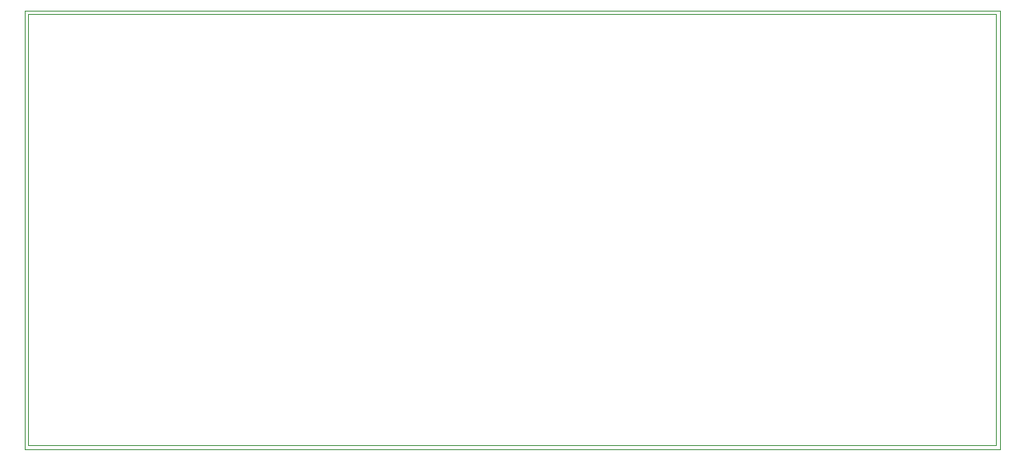
<source format=gbr>
%FSLAX34Y34*%
%MOMM*%
%LNOUTLINE*%
G71*
G01*
%ADD10C, 0.00*%
%ADD11C, 0.10*%
%LPD*%
G54D10*
X331Y434D02*
X-999669Y434D01*
X-999669Y-449566D01*
X331Y-449566D01*
X331Y434D01*
G54D11*
X-3175Y-2382D02*
X-995590Y-2382D01*
X-995825Y-2616D01*
X-995825Y-445528D01*
X-3241Y-445528D01*
X-3241Y-2447D01*
X-3175Y-2382D01*
M02*

</source>
